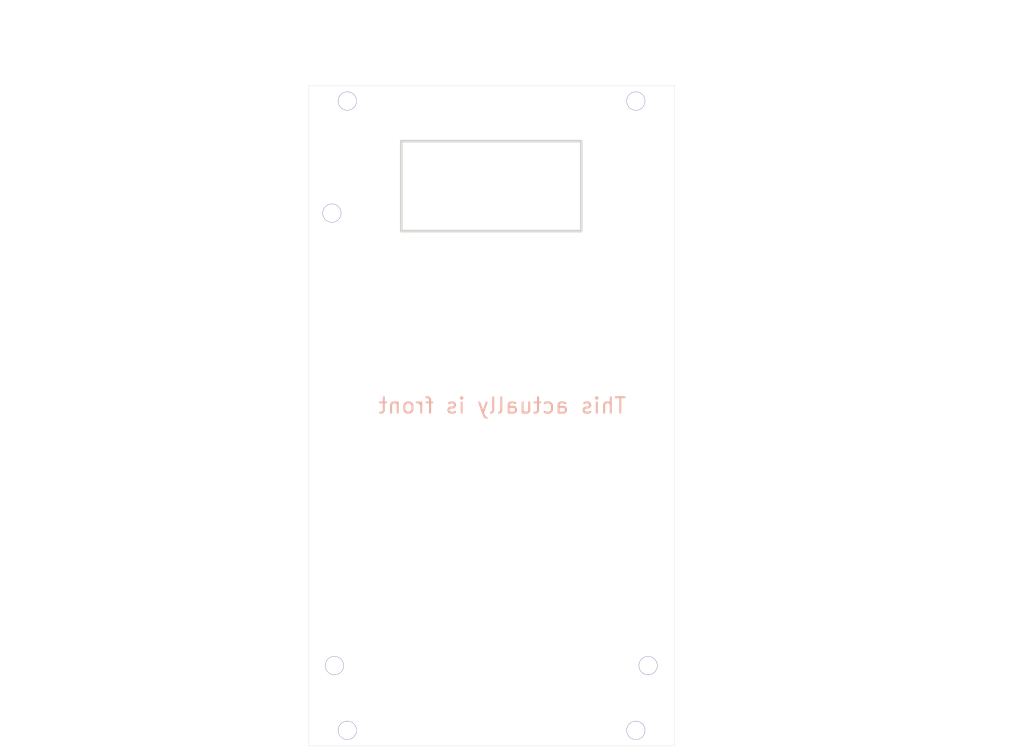
<source format=kicad_pcb>
(kicad_pcb (version 20240108) (generator "pcbnew") (generator_version "8.0")
  (layers (0 "F.Cu" signal) (31 "B.Cu" signal) (34 "B.Paste" user) (35 "F.Paste" user) (36 "B.SilkS" user "B.Silkscreen") (37 "F.SilkS" user "F.Silkscreen") (38 "B.Mask" user) (39 "F.Mask" user) (44 "Edge.Cuts" user))
  (net 0 "")
  (gr_line (start 100 50) (end 100 178.4) (stroke (width 0.05)) (layer "Edge.Cuts"))
  (gr_line (start 171.12 50) (end 171.12 178.4) (stroke (width 0.05)) (layer "Edge.Cuts"))
  (gr_rect (start 118 60.8) (end 153 78.3) (stroke (width 0.5)) (fill none) (layer "Edge.Cuts"))
  (gr_line (start 100 50) (end 171.12 50) (stroke (width 0.05)) (layer "Edge.Cuts"))
  (gr_line (start 171.12 178.4) (end 100 178.4) (stroke (width 0.05)) (layer "Edge.Cuts"))
  (gr_text "This actually is front" (at 162 114 0) (layer "B.SilkS") (effects (font (size 3 3) (thickness 0.4)) (justify left bottom mirror)))
  (via (at 107.5 53) (size 3.6) (drill 3.5) (layers "F.Cu" "B.Cu") (net 0))
  (via (at 107.5 175.4) (size 3.6) (drill 3.5) (layers "F.Cu" "B.Cu") (net 0))
  (via (at 163.62 175.4) (size 3.6) (drill 3.5) (layers "F.Cu" "B.Cu") (net 0))
  (via (at 104.5 74.8) (size 3.6) (drill 3.5) (layers "F.Cu" "B.Cu") (net 0))
  (via (at 105 162.8) (size 3.6) (drill 3.5) (layers "F.Cu" "B.Cu") (net 0))
  (via (at 166 162.8) (size 3.6) (drill 3.5) (layers "F.Cu" "B.Cu") (net 0))
  (via (at 163.62 53) (size 3.6) (drill 3.5) (layers "F.Cu" "B.Cu") (net 0))
)
</source>
